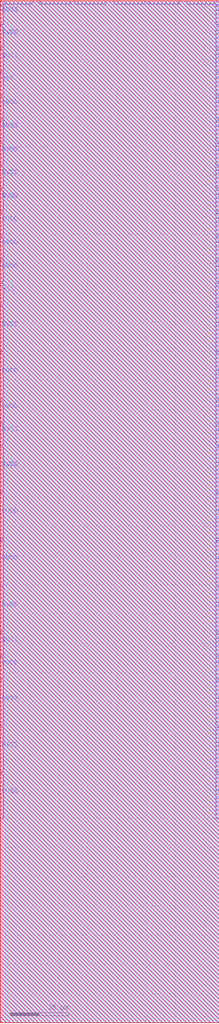
<source format=lef>
# Copyright 2022 GlobalFoundries PDK Authors
#
# Licensed under the Apache License, Version 2.0 (the "License");
# you may not use this file except in compliance with the License.
# You may obtain a copy of the License at
#
#     http://www.apache.org/licenses/LICENSE-2.0
#
# Unless required by applicable law or agreed to in writing, software
# distributed under the License is distributed on an "AS IS" BASIS,
# WITHOUT WARRANTIES OR CONDITIONS OF ANY KIND, either express or implied.
# See the License for the specific language governing permissions and
# limitations under the License.

MACRO gf180mcu_ocd_io__dvdd
  CLASS PAD POWER ;
  ORIGIN 0 0 ;
  FOREIGN gf180mcu_ocd_io__dvdd 0 0 ;
  SIZE 75 BY 350 ;
  SYMMETRY X Y R90 ;
  SITE GF_IO_Site ;
  PIN DVDD
    DIRECTION INOUT ;
    USE POWER ;
    PORT
      LAYER Metal3 ;
        RECT 74 118 75 125 ;
    END
    PORT
      LAYER Metal3 ;
        RECT 74 182 75 197 ;
    END
    PORT
      LAYER Metal3 ;
        RECT 74 166 75 181 ;
    END
    PORT
      LAYER Metal3 ;
        RECT 74 150 75 165 ;
    END
    PORT
      LAYER Metal3 ;
        RECT 74 134 75 149 ;
    END
    PORT
      LAYER Metal3 ;
        RECT 74 214 75 229 ;
    END
    PORT
      LAYER Metal3 ;
        RECT 74 206 75 213 ;
    END
    PORT
      LAYER Metal3 ;
        RECT 74 254 75 261 ;
    END
    PORT
      LAYER Metal3 ;
        RECT 74 278 75 285 ;
    END
    PORT
      LAYER Metal3 ;
        RECT 74 270 75 277 ;
    END
    PORT
      LAYER Metal3 ;
        RECT 74 262 75 269 ;
    END
    PORT
      LAYER Metal3 ;
        RECT 74 294 75 301 ;
    END
    PORT
      LAYER Metal3 ;
        RECT 74 310 75 317 ;
    END
    PORT
      LAYER Metal3 ;
        RECT 74 334 75 341 ;
    END
    PORT
        CLASS CORE ;
      LAYER Metal2 ;
        RECT 1.36 349 10.86 350 ;
    END
    PORT
        CLASS CORE ;
      LAYER Metal2 ;
        RECT 13.76 349 24.01 350 ;
    END
    PORT
        CLASS CORE ;
      LAYER Metal2 ;
        RECT 25.61 349 35.86 350 ;
    END
    PORT
        CLASS CORE ;
      LAYER Metal2 ;
        RECT 39.14 349 49.39 350 ;
    END
    PORT
        CLASS CORE ;
      LAYER Metal2 ;
        RECT 50.99 349 61.24 350 ;
    END
    PORT
      LAYER Metal3 ;
        RECT 0 334 1 341 ;
    END
    PORT
      LAYER Metal3 ;
        RECT 0 310 1 317 ;
    END
    PORT
      LAYER Metal3 ;
        RECT 0 294 1 301 ;
    END
    PORT
      LAYER Metal3 ;
        RECT 0 262 1 269 ;
    END
    PORT
      LAYER Metal3 ;
        RECT 0 270 1 277 ;
    END
    PORT
      LAYER Metal3 ;
        RECT 0 278 1 285 ;
    END
    PORT
      LAYER Metal3 ;
        RECT 0 254 1 261 ;
    END
    PORT
      LAYER Metal3 ;
        RECT 0 206 1 213 ;
    END
    PORT
      LAYER Metal3 ;
        RECT 0 214 1 229 ;
    END
    PORT
      LAYER Metal3 ;
        RECT 0 134 1 149 ;
    END
    PORT
      LAYER Metal3 ;
        RECT 0 150 1 165 ;
    END
    PORT
      LAYER Metal3 ;
        RECT 0 166 1 181 ;
    END
    PORT
      LAYER Metal3 ;
        RECT 0 182 1 197 ;
    END
    PORT
      LAYER Metal3 ;
        RECT 0 118 1 125 ;
    END
    PORT
        CLASS CORE ;
      LAYER Metal2 ;
        RECT 64.14 349 73.64 350 ;
    END
  END DVDD
  PIN DVSS
    DIRECTION INOUT ;
    USE GROUND ;
    PORT
      LAYER Metal3 ;
        RECT 74 102 75 117 ;
    END
    PORT
      LAYER Metal3 ;
        RECT 74 86 75 101 ;
    END
    PORT
      LAYER Metal3 ;
        RECT 74 70 75 85 ;
    END
    PORT
      LAYER Metal3 ;
        RECT 74 126 75 133 ;
    END
    PORT
      LAYER Metal3 ;
        RECT 74 198 75 205 ;
    END
    PORT
      LAYER Metal3 ;
        RECT 74 230 75 245 ;
    END
    PORT
      LAYER Metal3 ;
        RECT 74 286 75 293 ;
    END
    PORT
      LAYER Metal3 ;
        RECT 74 302 75 309 ;
    END
    PORT
      LAYER Metal3 ;
        RECT 74 326 75 333 ;
    END
    PORT
      LAYER Metal3 ;
        RECT 74 342 75 348.39 ;
    END
    PORT
      LAYER Metal3 ;
        RECT 0 342 1 348.39 ;
    END
    PORT
      LAYER Metal3 ;
        RECT 0 326 1 333 ;
    END
    PORT
      LAYER Metal3 ;
        RECT 0 302 1 309 ;
    END
    PORT
      LAYER Metal3 ;
        RECT 0 286 1 293 ;
    END
    PORT
      LAYER Metal3 ;
        RECT 0 230 1 245 ;
    END
    PORT
      LAYER Metal3 ;
        RECT 0 198 1 205 ;
    END
    PORT
      LAYER Metal3 ;
        RECT 0 126 1 133 ;
    END
    PORT
      LAYER Metal3 ;
        RECT 0 70 1 85 ;
    END
    PORT
      LAYER Metal3 ;
        RECT 0 86 1 101 ;
    END
    PORT
      LAYER Metal3 ;
        RECT 0 102 1 117 ;
    END
  END DVSS
  PIN VSS
    DIRECTION INOUT ;
    USE GROUND ;
    PORT
      LAYER Metal3 ;
        RECT 74 246 75 253 ;
    END
    PORT
      LAYER Metal3 ;
        RECT 74 318 75 325 ;
    END
    PORT
      LAYER Metal3 ;
        RECT 0 318 1 325 ;
    END
    PORT
      LAYER Metal3 ;
        RECT 0 246 1 253 ;
    END
  END VSS
  OBS
    LAYER Metal1 ;
      RECT 0 0 75 350 ;
    LAYER Metal2 ;
      POLYGON 75 350 73.92 350 73.92 348.72 63.86 348.72 63.86 350 61.52 350 61.52 348.72 50.71 348.72 50.71 350 49.67 350 49.67 348.72 38.86 348.72 38.86 350 36.14 350 36.14 348.72 25.33 348.72 25.33 350 24.29 350 24.29 348.72 13.48 348.72 13.48 350 11.14 350 11.14 348.72 1.08 348.72 1.08 350 0 350 0 0 75 0 ;
    LAYER Metal3 ;
      POLYGON 75 69.72 73.72 69.72 73.72 85.28 75 85.28 75 85.72 73.72 85.72 73.72 101.28 75 101.28 75 101.72 73.72 101.72 73.72 117.28 75 117.28 75 117.72 73.72 117.72 73.72 125.28 75 125.28 75 125.72 73.72 125.72 73.72 133.28 75 133.28 75 133.72 73.72 133.72 73.72 149.28 75 149.28 75 149.72 73.72 149.72 73.72 165.28 75 165.28 75 165.72 73.72 165.72 73.72 181.28 75 181.28 75 181.72 73.72 181.72 73.72 197.28 75 197.28 75 197.72 73.72 197.72 73.72 205.28 75 205.28 75 205.72 73.72 205.72 73.72 213.28 75 213.28 75 213.72 73.72 213.72 73.72 229.28 75 229.28 75 229.72 73.72 229.72 73.72 245.28 75 245.28 75 245.72 73.72 245.72 73.72 253.28 75 253.28 75 253.72 73.72 253.72 73.72 261.28 75 261.28 75 261.72 73.72 261.72 73.72 269.28 75 269.28 75 269.72 73.72 269.72 73.72 277.28 75 277.28 75 277.72 73.72 277.72 73.72 285.28 75 285.28 75 285.72 73.72 285.72 73.72 293.28 75 293.28 75 293.72 73.72 293.72 73.72 301.28 75 301.28 75 301.72 73.72 301.72 73.72 309.28 75 309.28 75 309.72 73.72 309.72 73.72 317.28 75 317.28 75 317.72 73.72 317.72 73.72 325.28 75 325.28 75 325.72 73.72 325.72 73.72 333.28 75 333.28 75 333.72 73.72 333.72 73.72 341.28 75 341.28 75 341.72 73.72 341.72 73.72 348.67 75 348.67 75 350 0 350 0 348.67 1.28 348.67 1.28 341.72 0 341.72 0 341.28 1.28 341.28 1.28 333.72 0 333.72 0 333.28 1.28 333.28 1.28 325.72 0 325.72 0 325.28 1.28 325.28 1.28 317.72 0 317.72 0 317.28 1.28 317.28 1.28 309.72 0 309.72 0 309.28 1.28 309.28 1.28 301.72 0 301.72 0 301.28 1.28 301.28 1.28 293.72 0 293.72 0 293.28 1.28 293.28 1.28 285.72 0 285.72 0 285.28 1.28 285.28 1.28 277.72 0 277.72 0 277.28 1.28 277.28 1.28 269.72 0 269.72 0 269.28 1.28 269.28 1.28 261.72 0 261.72 0 261.28 1.28 261.28 1.28 253.72 0 253.72 0 253.28 1.28 253.28 1.28 245.72 0 245.72 0 245.28 1.28 245.28 1.28 229.72 0 229.72 0 229.28 1.28 229.28 1.28 213.72 0 213.72 0 213.28 1.28 213.28 1.28 205.72 0 205.72 0 205.28 1.28 205.28 1.28 197.72 0 197.72 0 197.28 1.28 197.28 1.28 181.72 0 181.72 0 181.28 1.28 181.28 1.28 165.72 0 165.72 0 165.28 1.28 165.28 1.28 149.72 0 149.72 0 149.28 1.28 149.28 1.28 133.72 0 133.72 0 133.28 1.28 133.28 1.28 125.72 0 125.72 0 125.28 1.28 125.28 1.28 117.72 0 117.72 0 117.28 1.28 117.28 1.28 101.72 0 101.72 0 101.28 1.28 101.28 1.28 85.72 0 85.72 0 85.28 1.28 85.28 1.28 69.72 0 69.72 0 0 75 0 ;
    LAYER Via1 ;
      RECT 0 0 75 350 ;
    LAYER Via2 ;
      RECT 0 0 75 350 ;
  END

END gf180mcu_ocd_io__dvdd

</source>
